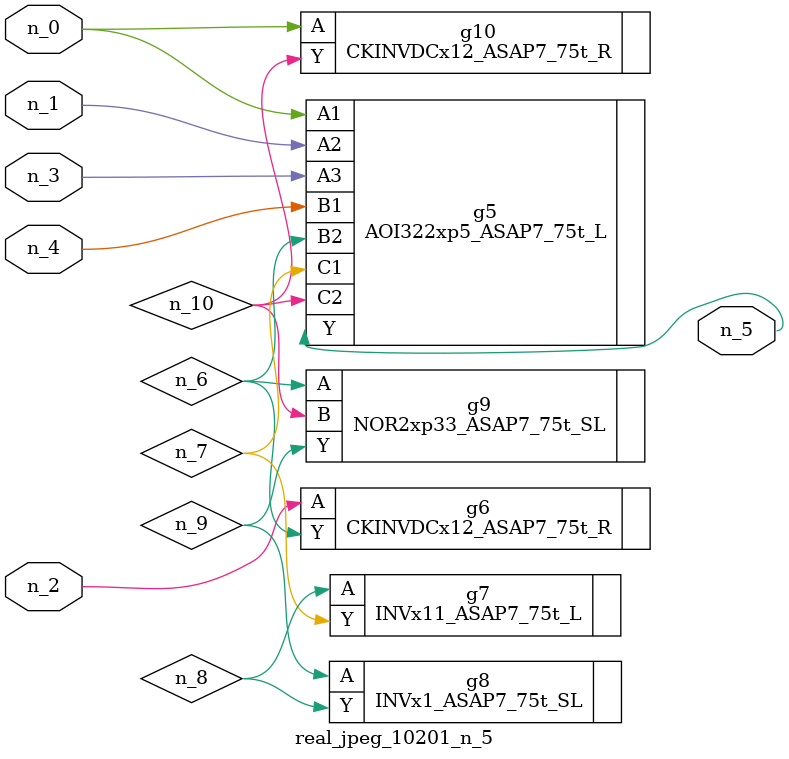
<source format=v>
module real_jpeg_10201_n_5 (n_4, n_0, n_1, n_2, n_3, n_5);

input n_4;
input n_0;
input n_1;
input n_2;
input n_3;

output n_5;

wire n_8;
wire n_6;
wire n_7;
wire n_10;
wire n_9;

AOI322xp5_ASAP7_75t_L g5 ( 
.A1(n_0),
.A2(n_1),
.A3(n_3),
.B1(n_4),
.B2(n_6),
.C1(n_7),
.C2(n_10),
.Y(n_5)
);

CKINVDCx12_ASAP7_75t_R g10 ( 
.A(n_0),
.Y(n_10)
);

CKINVDCx12_ASAP7_75t_R g6 ( 
.A(n_2),
.Y(n_6)
);

NOR2xp33_ASAP7_75t_SL g9 ( 
.A(n_6),
.B(n_10),
.Y(n_9)
);

INVx11_ASAP7_75t_L g7 ( 
.A(n_8),
.Y(n_7)
);

INVx1_ASAP7_75t_SL g8 ( 
.A(n_9),
.Y(n_8)
);


endmodule
</source>
